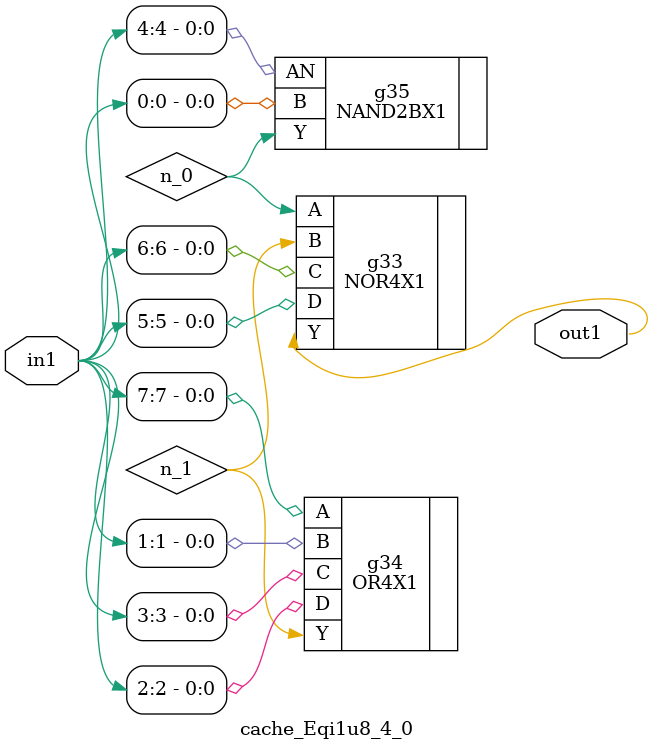
<source format=v>
`timescale 1ps / 1ps


module cache_Eqi1u8_4_0(in1, out1);
  input [7:0] in1;
  output out1;
  wire [7:0] in1;
  wire out1;
  wire n_0, n_1;
  NOR4X1 g33(.A (n_0), .B (n_1), .C (in1[6]), .D (in1[5]), .Y (out1));
  OR4X1 g34(.A (in1[7]), .B (in1[1]), .C (in1[3]), .D (in1[2]), .Y
       (n_1));
  NAND2BX1 g35(.AN (in1[4]), .B (in1[0]), .Y (n_0));
endmodule



</source>
